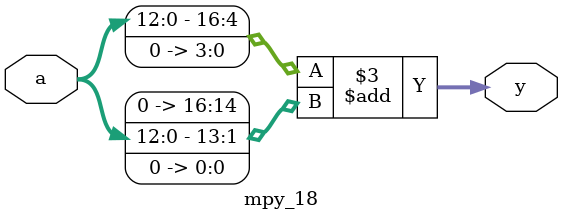
<source format=sv>
`timescale 1ns / 1ps


module mpy_18 #(parameter W=13) (input logic [W-1:0] a,  //parameter changed to 13 bits
			       output logic [W+4-1:0] y);
   assign y = (a << 4) + (a << 1);

endmodule: mpy_18

</source>
